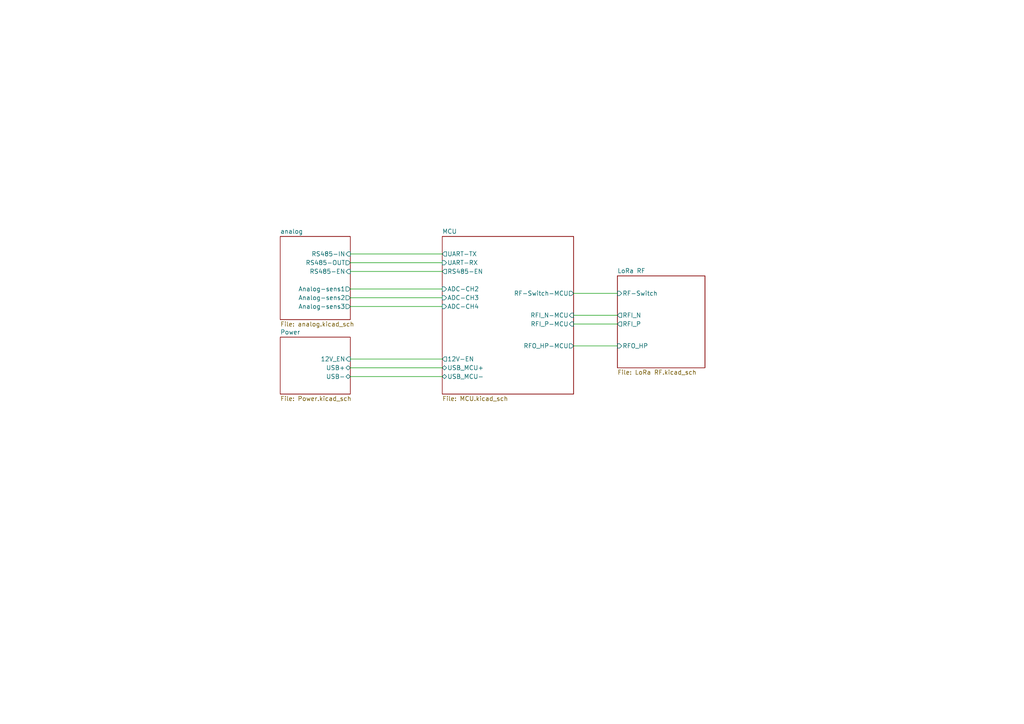
<source format=kicad_sch>
(kicad_sch
	(version 20250114)
	(generator "eeschema")
	(generator_version "9.0")
	(uuid "3e989608-eeda-4a48-bc6c-c5e1d1678702")
	(paper "A4")
	(lib_symbols)
	(wire
		(pts
			(xy 101.6 78.74) (xy 128.27 78.74)
		)
		(stroke
			(width 0)
			(type default)
		)
		(uuid "071cfb5b-0b7a-4a36-83ba-211af06ba59f")
	)
	(wire
		(pts
			(xy 101.6 83.82) (xy 128.27 83.82)
		)
		(stroke
			(width 0)
			(type default)
		)
		(uuid "0b4b278c-2c42-48a9-b0c4-23cd2bbaf7fd")
	)
	(wire
		(pts
			(xy 166.37 100.33) (xy 179.07 100.33)
		)
		(stroke
			(width 0)
			(type default)
		)
		(uuid "14dc5d8e-7033-420f-8e47-bda37e5f76cd")
	)
	(wire
		(pts
			(xy 101.6 73.66) (xy 128.27 73.66)
		)
		(stroke
			(width 0)
			(type default)
		)
		(uuid "2c0bea32-978f-45bc-bda3-52d64154c86c")
	)
	(wire
		(pts
			(xy 166.37 85.09) (xy 179.07 85.09)
		)
		(stroke
			(width 0)
			(type default)
		)
		(uuid "3adfa53f-7167-427a-a41e-c7d5357ae490")
	)
	(wire
		(pts
			(xy 101.6 104.14) (xy 128.27 104.14)
		)
		(stroke
			(width 0)
			(type default)
		)
		(uuid "4ae86d35-8cfc-4181-b83c-ce071625caea")
	)
	(wire
		(pts
			(xy 101.6 109.22) (xy 128.27 109.22)
		)
		(stroke
			(width 0)
			(type default)
		)
		(uuid "5665c8ba-346c-447f-add7-55375bf45824")
	)
	(wire
		(pts
			(xy 101.6 86.36) (xy 128.27 86.36)
		)
		(stroke
			(width 0)
			(type default)
		)
		(uuid "9251a5a3-4dc9-4028-becd-ceace783f8f2")
	)
	(wire
		(pts
			(xy 166.37 93.98) (xy 179.07 93.98)
		)
		(stroke
			(width 0)
			(type default)
		)
		(uuid "980e4258-cedd-4e50-a7e2-70ed06897f7e")
	)
	(wire
		(pts
			(xy 166.37 91.44) (xy 179.07 91.44)
		)
		(stroke
			(width 0)
			(type default)
		)
		(uuid "ad5fcf95-7baf-4ae7-b250-d6853d3082e3")
	)
	(wire
		(pts
			(xy 101.6 76.2) (xy 128.27 76.2)
		)
		(stroke
			(width 0)
			(type default)
		)
		(uuid "c0f4f318-28c6-488c-88fb-66f4dc0fcc83")
	)
	(wire
		(pts
			(xy 101.6 106.68) (xy 128.27 106.68)
		)
		(stroke
			(width 0)
			(type default)
		)
		(uuid "caa277fd-f54c-4892-8ab5-c3e3943a228f")
	)
	(wire
		(pts
			(xy 101.6 88.9) (xy 128.27 88.9)
		)
		(stroke
			(width 0)
			(type default)
		)
		(uuid "f306917d-3377-4522-ba68-38de28b45283")
	)
	(sheet
		(at 81.28 68.58)
		(size 20.32 24.13)
		(exclude_from_sim no)
		(in_bom yes)
		(on_board yes)
		(dnp no)
		(fields_autoplaced yes)
		(stroke
			(width 0.1524)
			(type solid)
		)
		(fill
			(color 0 0 0 0.0000)
		)
		(uuid "0344d43c-f7c9-496f-9384-ab56684cdcfd")
		(property "Sheetname" "analog"
			(at 81.28 67.8684 0)
			(effects
				(font
					(size 1.27 1.27)
				)
				(justify left bottom)
			)
		)
		(property "Sheetfile" "analog.kicad_sch"
			(at 81.28 93.2946 0)
			(effects
				(font
					(size 1.27 1.27)
				)
				(justify left top)
			)
		)
		(pin "RS485-EN" input
			(at 101.6 78.74 0)
			(uuid "2760f016-efcd-441b-9eef-92f998a7a97e")
			(effects
				(font
					(size 1.27 1.27)
				)
				(justify right)
			)
		)
		(pin "RS485-IN" input
			(at 101.6 73.66 0)
			(uuid "9c7a022c-8745-4cfc-9296-8fa1e75b2e9f")
			(effects
				(font
					(size 1.27 1.27)
				)
				(justify right)
			)
		)
		(pin "RS485-OUT" output
			(at 101.6 76.2 0)
			(uuid "5b0e60c7-91e0-46b5-82db-dbe323c068bf")
			(effects
				(font
					(size 1.27 1.27)
				)
				(justify right)
			)
		)
		(pin "Analog-sens1" output
			(at 101.6 83.82 0)
			(uuid "baccc49f-4020-404e-9295-4e2e47ecfa37")
			(effects
				(font
					(size 1.27 1.27)
				)
				(justify right)
			)
		)
		(pin "Analog-sens2" output
			(at 101.6 86.36 0)
			(uuid "3e61cbdd-d835-4b02-a991-9d177fca0762")
			(effects
				(font
					(size 1.27 1.27)
				)
				(justify right)
			)
		)
		(pin "Analog-sens3" output
			(at 101.6 88.9 0)
			(uuid "802948bc-c640-4ecf-a5d1-206616d12156")
			(effects
				(font
					(size 1.27 1.27)
				)
				(justify right)
			)
		)
		(instances
			(project "demo wateranalyser"
				(path "/3e989608-eeda-4a48-bc6c-c5e1d1678702"
					(page "2")
				)
			)
		)
	)
	(sheet
		(at 128.27 68.58)
		(size 38.1 45.72)
		(exclude_from_sim no)
		(in_bom yes)
		(on_board yes)
		(dnp no)
		(fields_autoplaced yes)
		(stroke
			(width 0.1524)
			(type solid)
		)
		(fill
			(color 0 0 0 0.0000)
		)
		(uuid "035a042a-e27c-47a0-bc8b-0546484d86a7")
		(property "Sheetname" "MCU"
			(at 128.27 67.8684 0)
			(effects
				(font
					(size 1.27 1.27)
				)
				(justify left bottom)
			)
		)
		(property "Sheetfile" "MCU.kicad_sch"
			(at 128.27 114.8846 0)
			(effects
				(font
					(size 1.27 1.27)
				)
				(justify left top)
			)
		)
		(pin "12V-EN" output
			(at 128.27 104.14 180)
			(uuid "9d98345b-b586-4b5a-a945-691db195c744")
			(effects
				(font
					(size 1.27 1.27)
				)
				(justify left)
			)
		)
		(pin "ADC-CH2" input
			(at 128.27 83.82 180)
			(uuid "09a3ff68-b053-412d-aa09-ba962801ebad")
			(effects
				(font
					(size 1.27 1.27)
				)
				(justify left)
			)
		)
		(pin "ADC-CH3" input
			(at 128.27 86.36 180)
			(uuid "a4ad6afc-d9d3-435c-ae2f-415a1a4d1056")
			(effects
				(font
					(size 1.27 1.27)
				)
				(justify left)
			)
		)
		(pin "ADC-CH4" input
			(at 128.27 88.9 180)
			(uuid "d94f4932-2142-4ee6-b475-8ec16a7ade6f")
			(effects
				(font
					(size 1.27 1.27)
				)
				(justify left)
			)
		)
		(pin "RF-Switch-MCU" output
			(at 166.37 85.09 0)
			(uuid "48de0d0d-77f7-482e-b060-8005281dada1")
			(effects
				(font
					(size 1.27 1.27)
				)
				(justify right)
			)
		)
		(pin "RFI_N-MCU" input
			(at 166.37 91.44 0)
			(uuid "2eb31a16-09f6-4c84-9f78-ac47d204b731")
			(effects
				(font
					(size 1.27 1.27)
				)
				(justify right)
			)
		)
		(pin "RFI_P-MCU" input
			(at 166.37 93.98 0)
			(uuid "c06261a7-559c-4aca-ba50-0b4897825fa9")
			(effects
				(font
					(size 1.27 1.27)
				)
				(justify right)
			)
		)
		(pin "RFO_HP-MCU" output
			(at 166.37 100.33 0)
			(uuid "d34593de-4716-4702-9d00-5354f817920a")
			(effects
				(font
					(size 1.27 1.27)
				)
				(justify right)
			)
		)
		(pin "RS485-EN" output
			(at 128.27 78.74 180)
			(uuid "10810695-094b-4279-871a-e5803dfadf8d")
			(effects
				(font
					(size 1.27 1.27)
				)
				(justify left)
			)
		)
		(pin "UART-RX" input
			(at 128.27 76.2 180)
			(uuid "4a68ba23-c875-4e80-90ac-12901ddd5564")
			(effects
				(font
					(size 1.27 1.27)
				)
				(justify left)
			)
		)
		(pin "UART-TX" output
			(at 128.27 73.66 180)
			(uuid "d3614672-6017-41c0-a5a9-3ed4144350d6")
			(effects
				(font
					(size 1.27 1.27)
				)
				(justify left)
			)
		)
		(pin "USB_MCU+" bidirectional
			(at 128.27 106.68 180)
			(uuid "5214f743-6c7c-463f-81a9-23e38e3bddc7")
			(effects
				(font
					(size 1.27 1.27)
				)
				(justify left)
			)
		)
		(pin "USB_MCU-" bidirectional
			(at 128.27 109.22 180)
			(uuid "ca24f347-3d77-4d26-a316-e470bc22e211")
			(effects
				(font
					(size 1.27 1.27)
				)
				(justify left)
			)
		)
		(instances
			(project "demo wateranalyser"
				(path "/3e989608-eeda-4a48-bc6c-c5e1d1678702"
					(page "3")
				)
			)
		)
	)
	(sheet
		(at 81.28 97.79)
		(size 20.32 16.51)
		(exclude_from_sim no)
		(in_bom yes)
		(on_board yes)
		(dnp no)
		(fields_autoplaced yes)
		(stroke
			(width 0.1524)
			(type solid)
		)
		(fill
			(color 0 0 0 0.0000)
		)
		(uuid "98bcb7c1-a14b-48e1-9268-def1b948ddb6")
		(property "Sheetname" "Power"
			(at 81.28 97.0784 0)
			(effects
				(font
					(size 1.27 1.27)
				)
				(justify left bottom)
			)
		)
		(property "Sheetfile" "Power.kicad_sch"
			(at 81.28 114.8846 0)
			(effects
				(font
					(size 1.27 1.27)
				)
				(justify left top)
			)
		)
		(pin "USB+" bidirectional
			(at 101.6 106.68 0)
			(uuid "a0b74c4a-db31-449b-b623-66db4e5cc81b")
			(effects
				(font
					(size 1.27 1.27)
				)
				(justify right)
			)
		)
		(pin "USB-" bidirectional
			(at 101.6 109.22 0)
			(uuid "a1dfe96b-4ea3-4ba7-ab5b-c4cf9f72d096")
			(effects
				(font
					(size 1.27 1.27)
				)
				(justify right)
			)
		)
		(pin "12V_EN" input
			(at 101.6 104.14 0)
			(uuid "db03ea00-1b03-4e14-8a4d-e4f81f76985e")
			(effects
				(font
					(size 1.27 1.27)
				)
				(justify right)
			)
		)
		(instances
			(project "demo wateranalyser"
				(path "/3e989608-eeda-4a48-bc6c-c5e1d1678702"
					(page "5")
				)
			)
		)
	)
	(sheet
		(at 179.07 80.01)
		(size 25.4 26.67)
		(exclude_from_sim no)
		(in_bom yes)
		(on_board yes)
		(dnp no)
		(fields_autoplaced yes)
		(stroke
			(width 0.1524)
			(type solid)
		)
		(fill
			(color 0 0 0 0.0000)
		)
		(uuid "f7bd652a-238e-4a19-a7e7-e5372eb58a34")
		(property "Sheetname" "LoRa RF"
			(at 179.07 79.2984 0)
			(effects
				(font
					(size 1.27 1.27)
				)
				(justify left bottom)
			)
		)
		(property "Sheetfile" "LoRa RF.kicad_sch"
			(at 179.07 107.2646 0)
			(effects
				(font
					(size 1.27 1.27)
				)
				(justify left top)
			)
		)
		(pin "RF-Switch" input
			(at 179.07 85.09 180)
			(uuid "43cc41d5-2d7c-4b97-9ed2-d27e00d7ba77")
			(effects
				(font
					(size 1.27 1.27)
				)
				(justify left)
			)
		)
		(pin "RFI_N" output
			(at 179.07 91.44 180)
			(uuid "8d296ef0-3d07-4f5f-aa92-451bc3d4efdb")
			(effects
				(font
					(size 1.27 1.27)
				)
				(justify left)
			)
		)
		(pin "RFI_P" output
			(at 179.07 93.98 180)
			(uuid "b4c2f03b-e039-4336-aa29-9cc86c5e6962")
			(effects
				(font
					(size 1.27 1.27)
				)
				(justify left)
			)
		)
		(pin "RFO_HP" input
			(at 179.07 100.33 180)
			(uuid "e3d99963-2132-4ff9-9334-a46af3e68fd8")
			(effects
				(font
					(size 1.27 1.27)
				)
				(justify left)
			)
		)
		(instances
			(project "demo wateranalyser"
				(path "/3e989608-eeda-4a48-bc6c-c5e1d1678702"
					(page "4")
				)
			)
		)
	)
	(sheet_instances
		(path "/"
			(page "1")
		)
	)
	(embedded_fonts no)
)

</source>
